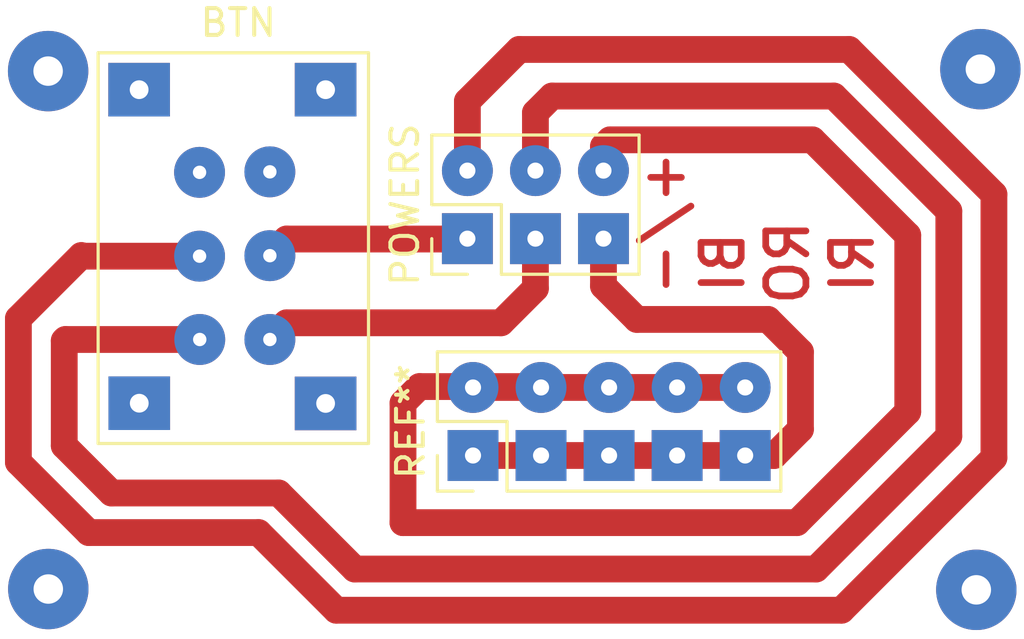
<source format=kicad_pcb>
(kicad_pcb (version 20211014) (generator pcbnew)
  (layers (0 "F.Cu" signal) (31 "B.Cu" signal) (34 "B.Paste" user) (35 "F.Paste" user) (36 "B.SilkS" user "B.Silkscreen") (37 "F.SilkS" user "F.Silkscreen") (38 "B.Mask" user) (39 "F.Mask" user) (44 "Edge.Cuts" user))
  (net 0 "")
  (footprint "Connector_PinHeader_2.54mm:PinHeader_2x05_P2.54mm_Vertical" (layer "F.Cu") (at 30.283092 28.778232 90)
    (fp_text reference "REF**" (at 1.27 -2.33 90) (layer "F.SilkS"))
    (fp_text value "OUTPUTS")
    (fp_line (start 1.27 1.27) (end 1.27 -1.33) (layer "F.SilkS") (width 0.12))
    (fp_line (start -1.33 11.49) (end 3.87 11.49) (layer "F.SilkS") (width 0.12))
    (fp_line (start 3.87 -1.33) (end 3.87 11.49) (layer "F.SilkS") (width 0.12))
    (fp_line (start -1.33 1.27) (end -1.33 11.49) (layer "F.SilkS") (width 0.12))
    (fp_line (start -1.33 1.27) (end 1.27 1.27) (layer "F.SilkS") (width 0.12))
    (fp_line (start 1.27 -1.33) (end 3.87 -1.33) (layer "F.SilkS") (width 0.12))
    (fp_line (start -1.33 0) (end -1.33 -1.33) (layer "F.SilkS") (width 0.12))
    (fp_line (start -1.33 -1.33) (end 0 -1.33) (layer "F.SilkS") (width 0.12))
    (pad "1" thru_hole rect (at 0 0 90) (size 1.9 1.9) (drill 0.6) (layers *.Cu *.Mask))
    (pad "2" thru_hole oval (at 2.54 0 90) (size 1.9 1.9) (drill 0.6) (layers *.Cu *.Mask))
    (pad "3" thru_hole rect (at 0 2.54 90) (size 1.9 1.9) (drill 0.6) (layers *.Cu *.Mask))
    (pad "4" thru_hole oval (at 2.54 2.54 90) (size 1.9 1.9) (drill 0.6) (layers *.Cu *.Mask))
    (pad "5" thru_hole rect (at 0 5.08 90) (size 1.9 1.9) (drill 0.6) (layers *.Cu *.Mask))
    (pad "6" thru_hole oval (at 2.54 5.08 90) (size 1.9 1.9) (drill 0.6) (layers *.Cu *.Mask))
    (pad "7" thru_hole rect (at 0 7.62 90) (size 1.9 1.9) (drill 0.6) (layers *.Cu *.Mask))
    (pad "8" thru_hole oval (at 2.54 7.62 90) (size 1.9 1.9) (drill 0.6) (layers *.Cu *.Mask))
    (pad "9" thru_hole rect (at 0 10.16 90) (size 1.9 1.9) (drill 0.6) (layers *.Cu *.Mask))
    (pad "10" thru_hole oval (at 2.54 10.16 90) (size 1.9 1.9) (drill 0.6) (layers *.Cu *.Mask))
  )
  (footprint "Connector_PinHeader_2.54mm:PushButton_6_pin" (layer "F.Cu") (at 17.78 15.24)
    (fp_text reference "BTN" (at 3.74 -2.618) (layer "F.SilkS"))
    (fp_text value "PushButton_6_pin")
    (fp_line (start -1.491194 -1.496) (end 8.602 -1.496) (layer "F.SilkS") (width 0.12))
    (fp_line (start -1.491194 -1.496) (end -1.491194 13.09) (layer "F.SilkS") (width 0.12))
    (fp_line (start -1.491194 13.09) (end 8.602 13.09) (layer "F.SilkS") (width 0.12))
    (fp_line (start 8.602 -1.496) (end 8.602 13.09) (layer "F.SilkS") (width 0.12))
    (pad "" thru_hole rect (at 7.000509 -0.118391) (size 2.3 2) (drill 0.7) (layers *.Cu *.Mask))
    (pad "" thru_hole rect (at 0.03893 -0.118391) (size 2.3 2) (drill 0.7) (layers *.Cu *.Mask))
    (pad "" thru_hole rect (at 7.000509 11.59419) (size 2.3 2) (drill 0.7) (layers *.Cu *.Mask))
    (pad "" thru_hole rect (at 0.043736 11.586152) (size 2.3 2) (drill 0.7) (layers *.Cu *.Mask))
    (pad "1" thru_hole oval (at 2.294688 2.967779) (size 1.9 1.9) (drill 0.5) (layers *.Cu *.Mask))
    (pad "2" thru_hole oval (at 4.918896 2.948554) (size 1.9 1.9) (drill 0.5) (layers *.Cu *.Mask))
    (pad "3" thru_hole oval (at 2.29506 6.097205) (size 1.9 1.9) (drill 0.5) (layers *.Cu *.Mask))
    (pad "4" thru_hole oval (at 4.919268 6.07798) (size 1.9 1.9) (drill 0.5) (layers *.Cu *.Mask))
    (pad "5" thru_hole oval (at 2.30164 9.207406) (size 1.9 1.9) (drill 0.5) (layers *.Cu *.Mask))
    (pad "6" thru_hole oval (at 4.91964 9.207406) (size 1.9 1.9) (drill 0.5) (layers *.Cu *.Mask))
  )
  (footprint "Connector_PinHeader_2.54mm:PinHeader_2x03_P2.54mm_Vertical" (layer "F.Cu") (at 30.073087 20.683254 90)
    (fp_text reference "POWERS" (at 1.27 -2.33 90) (layer "F.SilkS"))
    (fp_text value "POWERS")
    (fp_line (start 3.87 -1.33) (end 3.87 6.41) (layer "F.SilkS") (width 0.12))
    (fp_line (start -1.33 1.27) (end 1.27 1.27) (layer "F.SilkS") (width 0.12))
    (fp_line (start -1.33 0) (end -1.33 -1.33) (layer "F.SilkS") (width 0.12))
    (fp_line (start -1.33 6.41) (end 3.87 6.41) (layer "F.SilkS") (width 0.12))
    (fp_line (start 1.27 1.27) (end 1.27 -1.33) (layer "F.SilkS") (width 0.12))
    (fp_line (start 1.27 -1.33) (end 3.87 -1.33) (layer "F.SilkS") (width 0.12))
    (fp_line (start -1.33 -1.33) (end 0 -1.33) (layer "F.SilkS") (width 0.12))
    (fp_line (start -1.33 1.27) (end -1.33 6.41) (layer "F.SilkS") (width 0.12))
    (pad "1" thru_hole rect (at 0 0 90) (size 1.9 1.9) (drill 0.6) (layers *.Cu *.Mask))
    (pad "2" thru_hole oval (at 2.54 0 90) (size 1.9 1.9) (drill 0.6) (layers *.Cu *.Mask))
    (pad "3" thru_hole rect (at 0 2.54 90) (size 1.9 1.9) (drill 0.6) (layers *.Cu *.Mask))
    (pad "4" thru_hole oval (at 2.54 2.54 90) (size 1.9 1.9) (drill 0.6) (layers *.Cu *.Mask))
    (pad "5" thru_hole rect (at 0 5.08 90) (size 1.9 1.9) (drill 0.6) (layers *.Cu *.Mask))
    (pad "6" thru_hole oval (at 2.54 5.08 90) (size 1.9 1.9) (drill 0.6) (layers *.Cu *.Mask))
  )
  (gr_text "+/-" (at 37.379643 20.109548 90) (layer "F.Cu") (effects (font (size 1.5 1.5) (thickness 0.25)) (justify mirror)))
  (gr_text "BI\nRO\nRI" (at 42.029216 21.57209 90) (layer "F.Cu") (effects (font (size 1.5 1.5) (thickness 0.25)) (justify mirror)))
  (segment (start 32.613087 22.541232) (end 31.330206 23.824113) (width 1) (layer "F.Cu") (net 0))
  (segment (start 48.045359 19.650588) (end 48.045359 28.059486) (width 1) (layer "F.Cu") (net 0))
  (segment (start 35.399358 16.994156) (end 42.952186 16.994156) (width 1) (layer "F.Cu") (net 0))
  (segment (start 32.613087 20.683254) (end 32.613087 22.541232) (width 1) (layer "F.Cu") (net 0))
  (segment (start 35.363092 26.238232) (end 32.823092 26.238232) (width 1) (layer "F.Cu") (net 0))
  (segment (start 35.153087 20.683254) (end 35.153087 22.453087) (width 1) (layer "F.Cu") (net 0))
  (segment (start 15.938669 31.655312) (end 22.279368 31.655312) (width 1) (layer "F.Cu") (net 0))
  (segment (start 22.279368 31.655312) (end 25.17874 34.554684) (width 1) (layer "F.Cu") (net 0))
  (segment (start 15.662546 21.313614) (end 13.311579 23.664581) (width 1) (layer "F.Cu") (net 0))
  (segment (start 42.375419 31.284581) (end 46.51213 27.14787) (width 1) (layer "F.Cu") (net 0))
  (segment (start 37.903092 28.778232) (end 40.443092 28.778232) (width 1) (layer "F.Cu") (net 0))
  (segment (start 35.363092 28.778232) (end 37.903092 28.778232) (width 1) (layer "F.Cu") (net 0))
  (segment (start 30.283092 28.778232) (end 32.823092 28.778232) (width 1) (layer "F.Cu") (net 0))
  (segment (start 37.903092 26.238232) (end 40.443092 26.238232) (width 1) (layer "F.Cu") (net 0))
  (segment (start 31.330206 23.824113) (end 23.322933 23.824113) (width 1) (layer "F.Cu") (net 0))
  (segment (start 30.073087 20.683254) (end 30.059137 20.697204) (width 1) (layer "F.Cu") (net 0))
  (segment (start 42.506939 27.801187) (end 41.529894 28.778232) (width 1) (layer "F.Cu") (net 0))
  (segment (start 48.045359 28.059486) (end 43.089314 33.015531) (width 1) (layer "F.Cu") (net 0))
  (segment (start 15.662546 21.313614) (end 15.686137 21.337205) (width 1) (layer "F.Cu") (net 0))
  (segment (start 37.903092 26.238232) (end 35.363092 26.238232) (width 1) (layer "F.Cu") (net 0))
  (segment (start 35.363092 28.778232) (end 32.823092 28.778232) (width 1) (layer "F.Cu") (net 0))
  (segment (start 42.506939 24.908847) (end 42.506939 27.801187) (width 1) (layer "F.Cu") (net 0))
  (segment (start 32.006315 13.620216) (end 30.073087 15.553444) (width 1) (layer "F.Cu") (net 0))
  (segment (start 23.028539 30.177927) (end 16.787239 30.177927) (width 1) (layer "F.Cu") (net 0))
  (segment (start 22.699268 21.31798) (end 22.660338 21.27905) (width 1) (layer "F.Cu") (net 0))
  (segment (start 30.283092 26.238232) (end 32.823092 26.238232) (width 1) (layer "F.Cu") (net 0))
  (segment (start 41.296324 23.698232) (end 42.506939 24.908847) (width 1) (layer "F.Cu") (net 0))
  (segment (start 23.322933 23.824113) (end 22.69964 24.447406) (width 1) (layer "F.Cu") (net 0))
  (segment (start 36.398232 23.698232) (end 41.296324 23.698232) (width 1) (layer "F.Cu") (net 0))
  (segment (start 27.670133 26.82065) (end 28.286202 26.204581) (width 1) (layer "F.Cu") (net 0))
  (segment (start 32.613087 15.982185) (end 33.23567 15.359602) (width 1) (layer "F.Cu") (net 0))
  (segment (start 23.320044 20.697204) (end 22.699268 21.31798) (width 1) (layer "F.Cu") (net 0))
  (segment (start 43.089314 33.015531) (end 25.866143 33.015531) (width 1) (layer "F.Cu") (net 0))
  (segment (start 16.787239 30.177927) (end 15.023396 28.414084) (width 1) (layer "F.Cu") (net 0))
  (segment (start 42.375419 31.284581) (end 27.670474 31.284581) (width 1) (layer "F.Cu") (net 0))
  (segment (start 28.286202 26.204581) (end 32.361579 26.204581) (width 1) (layer "F.Cu") (net 0))
  (segment (start 32.613087 18.143254) (end 32.613087 15.982185) (width 1) (layer "F.Cu") (net 0))
  (segment (start 15.686137 21.337205) (end 20.07506 21.337205) (width 1) (layer "F.Cu") (net 0))
  (segment (start 33.23567 15.359602) (end 43.754373 15.359602) (width 1) (layer "F.Cu") (net 0))
  (segment (start 41.529894 28.778232) (end 40.443092 28.778232) (width 1) (layer "F.Cu") (net 0))
  (segment (start 43.754373 15.359602) (end 48.045359 19.650588) (width 1) (layer "F.Cu") (net 0))
  (segment (start 13.311579 29.028222) (end 15.938669 31.655312) (width 1) (layer "F.Cu") (net 0))
  (segment (start 35.153087 18.143254) (end 35.153087 17.240427) (width 1) (layer "F.Cu") (net 0))
  (segment (start 15.068754 24.447406) (end 20.08164 24.447406) (width 1) (layer "F.Cu") (net 0))
  (segment (start 13.311579 23.664581) (end 13.311579 29.028222) (width 1) (layer "F.Cu") (net 0))
  (segment (start 27.670474 31.284581) (end 27.670133 31.28424) (width 1) (layer "F.Cu") (net 0))
  (segment (start 49.729201 19.024197) (end 44.32522 13.620216) (width 1) (layer "F.Cu") (net 0))
  (segment (start 35.153087 17.240427) (end 35.399358 16.994156) (width 1) (layer "F.Cu") (net 0))
  (segment (start 44.038665 34.554684) (end 49.729201 28.864148) (width 1) (layer "F.Cu") (net 0))
  (segment (start 49.729201 28.864148) (end 49.729201 19.024197) (width 1) (layer "F.Cu") (net 0))
  (segment (start 15.023396 24.492764) (end 15.068754 24.447406) (width 1) (layer "F.Cu") (net 0))
  (segment (start 27.670133 31.28424) (end 27.670133 26.82065) (width 1) (layer "F.Cu") (net 0))
  (segment (start 44.32522 13.620216) (end 32.006315 13.620216) (width 1) (layer "F.Cu") (net 0))
  (segment (start 35.153087 22.453087) (end 36.398232 23.698232) (width 1) (layer "F.Cu") (net 0))
  (segment (start 25.17874 34.554684) (end 44.038665 34.554684) (width 1) (layer "F.Cu") (net 0))
  (segment (start 30.073087 15.553444) (end 30.073087 18.143254) (width 1) (layer "F.Cu") (net 0))
  (segment (start 30.059137 20.697204) (end 23.320044 20.697204) (width 1) (layer "F.Cu") (net 0))
  (segment (start 25.866143 33.015531) (end 23.028539 30.177927) (width 1) (layer "F.Cu") (net 0))
  (segment (start 42.952186 16.994156) (end 46.51213 20.5541) (width 1) (layer "F.Cu") (net 0))
  (segment (start 15.023396 28.414084) (end 15.023396 24.492764) (width 1) (layer "F.Cu") (net 0))
  (segment (start 46.51213 20.5541) (end 46.51213 27.14787) (width 1) (layer "F.Cu") (net 0))
  (via (at 49.224113 14.355364) (size 3) (drill 1.1) (layers "F.Cu" "B.Cu") (net 0))
  (via (at 14.421413 14.428127) (size 3) (drill 1.1) (layers "F.Cu" "B.Cu") (net 0))
  (via (at 49.071872 33.793109) (size 3) (drill 1.1) (layers "F.Cu" "B.Cu") (net 0))
  (via (at 14.428127 33.762791) (size 3) (drill 1.1) (layers "F.Cu" "B.Cu") (net 0))
)
</source>
